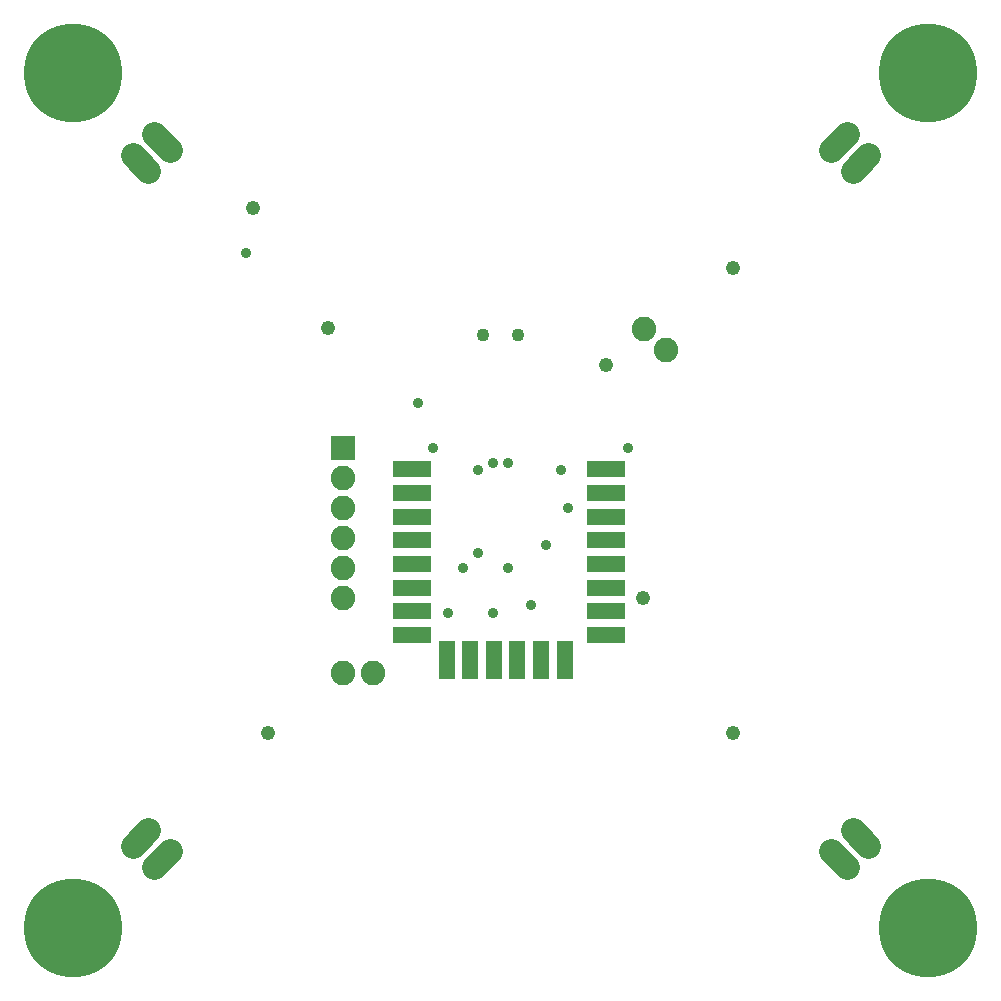
<source format=gbs>
G75*
%MOIN*%
%OFA0B0*%
%FSLAX25Y25*%
%IPPOS*%
%LPD*%
%AMOC8*
5,1,8,0,0,1.08239X$1,22.5*
%
%ADD10R,0.08200X0.08200*%
%ADD11C,0.08200*%
%ADD12C,0.08200*%
%ADD13R,0.12611X0.05524*%
%ADD14R,0.05524X0.12611*%
%ADD15C,0.04343*%
%ADD16C,0.04762*%
%ADD17C,0.03581*%
%ADD18C,0.32800*%
D10*
X0131800Y0191800D03*
D11*
X0131800Y0181800D03*
X0131800Y0171800D03*
X0131800Y0161800D03*
X0131800Y0151800D03*
X0131800Y0141800D03*
X0131800Y0116800D03*
X0141800Y0116800D03*
X0239300Y0224300D03*
X0232229Y0231371D03*
D12*
X0294613Y0291255D02*
X0299845Y0296487D01*
X0306916Y0289416D02*
X0301684Y0284184D01*
X0073987Y0291255D02*
X0068755Y0296487D01*
X0061684Y0289416D02*
X0066916Y0284184D01*
X0066916Y0064416D02*
X0061684Y0059184D01*
X0068755Y0052113D02*
X0073987Y0057345D01*
X0294613Y0057345D02*
X0299845Y0052113D01*
X0306916Y0059184D02*
X0301684Y0064416D01*
D13*
X0219477Y0129517D03*
X0219477Y0137391D03*
X0219477Y0145265D03*
X0219477Y0153139D03*
X0219477Y0161013D03*
X0219477Y0168887D03*
X0219477Y0176761D03*
X0219477Y0184635D03*
X0154910Y0184635D03*
X0154910Y0176761D03*
X0154910Y0168887D03*
X0154910Y0161013D03*
X0154910Y0153139D03*
X0154910Y0145265D03*
X0154910Y0137391D03*
X0154910Y0129517D03*
D14*
X0166328Y0121249D03*
X0174202Y0121249D03*
X0182076Y0121249D03*
X0189950Y0121249D03*
X0197824Y0121249D03*
X0205698Y0121249D03*
D15*
X0190206Y0229300D03*
X0178394Y0229300D03*
D16*
X0219300Y0219300D03*
X0261800Y0251800D03*
X0231800Y0141800D03*
X0261800Y0096800D03*
X0126800Y0231800D03*
X0101800Y0271800D03*
X0106800Y0096800D03*
D17*
X0166800Y0136800D03*
X0181800Y0136800D03*
X0194300Y0139300D03*
X0186800Y0151800D03*
X0176800Y0156800D03*
X0171800Y0151800D03*
X0199300Y0159300D03*
X0206800Y0171800D03*
X0204300Y0184300D03*
X0186800Y0186800D03*
X0181800Y0186800D03*
X0176800Y0184300D03*
X0161800Y0191800D03*
X0156800Y0206800D03*
X0099300Y0256800D03*
X0226800Y0191800D03*
D18*
X0041800Y0031800D03*
X0326800Y0031800D03*
X0326800Y0316800D03*
X0041800Y0316800D03*
M02*

</source>
